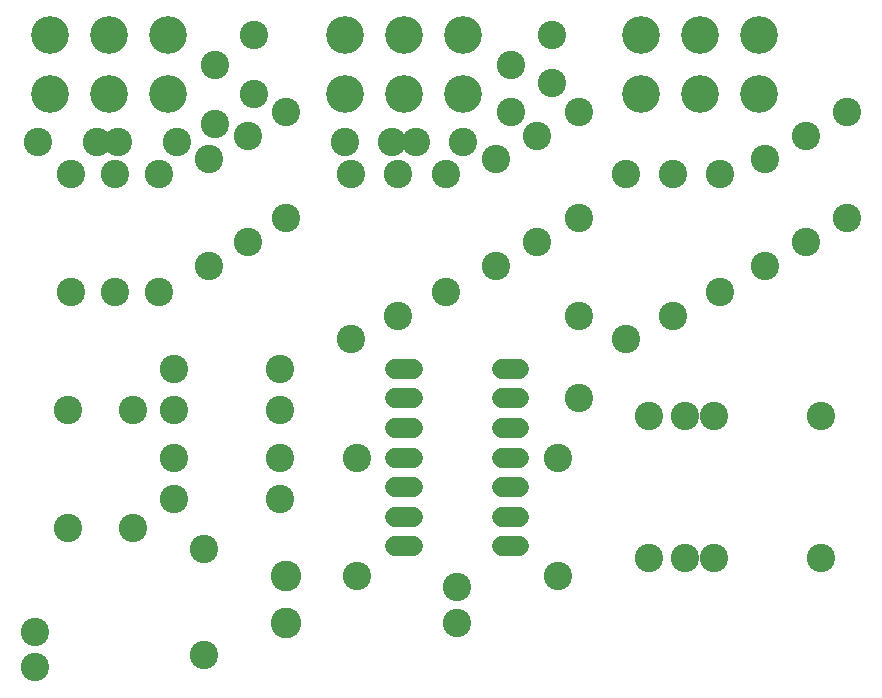
<source format=gbr>
G04 EAGLE Gerber RS-274X export*
G75*
%MOMM*%
%FSLAX34Y34*%
%LPD*%
%INSoldermask Bottom*%
%IPPOS*%
%AMOC8*
5,1,8,0,0,1.08239X$1,22.5*%
G01*
%ADD10C,2.203200*%
%ADD11C,2.403200*%
%ADD12C,1.703200*%
%ADD13C,2.603200*%
%ADD14C,3.203200*%


D10*
X60000Y360000D03*
X60000Y460000D03*
X97500Y360000D03*
X97500Y460000D03*
X135000Y360000D03*
X135000Y460000D03*
D11*
X177500Y382500D03*
X177500Y472500D03*
X210000Y402500D03*
X210000Y492500D03*
X242500Y422500D03*
X242500Y512500D03*
X647500Y382500D03*
X647500Y472500D03*
X682500Y402500D03*
X682500Y492500D03*
X717500Y422500D03*
X717500Y512500D03*
X610000Y360000D03*
X610000Y460000D03*
X490000Y422500D03*
X490000Y512500D03*
X455000Y402500D03*
X455000Y492500D03*
X420000Y382500D03*
X420000Y472500D03*
X337500Y340000D03*
X337500Y460000D03*
X570000Y340000D03*
X570000Y460000D03*
X377500Y360000D03*
X377500Y460000D03*
X297500Y320000D03*
X297500Y460000D03*
X530000Y320000D03*
X530000Y460000D03*
X60000Y360000D03*
X60000Y460000D03*
X97500Y360000D03*
X97500Y460000D03*
X135000Y360000D03*
X135000Y460000D03*
X147500Y260000D03*
X237500Y260000D03*
X147500Y220000D03*
X237500Y220000D03*
X172500Y52500D03*
X172500Y142500D03*
D12*
X335000Y220000D02*
X350000Y220000D01*
X425000Y220000D02*
X440000Y220000D01*
X350000Y195000D02*
X335000Y195000D01*
X335000Y170000D02*
X350000Y170000D01*
X350000Y145000D02*
X335000Y145000D01*
X335000Y245000D02*
X350000Y245000D01*
X350000Y270000D02*
X335000Y270000D01*
X335000Y295000D02*
X350000Y295000D01*
X425000Y245000D02*
X440000Y245000D01*
X440000Y270000D02*
X425000Y270000D01*
X425000Y295000D02*
X440000Y295000D01*
X440000Y195000D02*
X425000Y195000D01*
X425000Y170000D02*
X440000Y170000D01*
X440000Y145000D02*
X425000Y145000D01*
D11*
X100000Y487500D03*
X150000Y487500D03*
X32500Y487500D03*
X82500Y487500D03*
X182500Y502500D03*
X182500Y552500D03*
X215000Y527500D03*
X215000Y577500D03*
X147500Y185000D03*
X237500Y185000D03*
X147500Y295000D03*
X237500Y295000D03*
X490000Y270000D03*
X490000Y340000D03*
X387500Y110000D03*
X387500Y80000D03*
X112500Y160000D03*
X57500Y160000D03*
X112500Y260000D03*
X57500Y260000D03*
X30000Y42500D03*
X30000Y72500D03*
X292500Y487500D03*
X332500Y487500D03*
X352500Y487500D03*
X392500Y487500D03*
X432500Y512500D03*
X432500Y552500D03*
X467500Y537500D03*
X467500Y577500D03*
D13*
X242500Y120000D03*
X242500Y80000D03*
D11*
X302500Y120000D03*
X302500Y220000D03*
X472500Y120000D03*
X472500Y220000D03*
D14*
X542500Y577500D03*
X592500Y577500D03*
X642500Y577500D03*
X592500Y527500D03*
X642500Y527500D03*
X542500Y527500D03*
X292500Y577500D03*
X342500Y577500D03*
X392500Y577500D03*
X342500Y527500D03*
X392500Y527500D03*
X292500Y527500D03*
X42500Y577500D03*
X92500Y577500D03*
X142500Y577500D03*
X92500Y527500D03*
X142500Y527500D03*
X42500Y527500D03*
D11*
X550000Y135000D03*
X580000Y135000D03*
X695000Y135000D03*
X605000Y135000D03*
X695000Y255000D03*
X605000Y255000D03*
X550000Y255000D03*
X580000Y255000D03*
M02*

</source>
